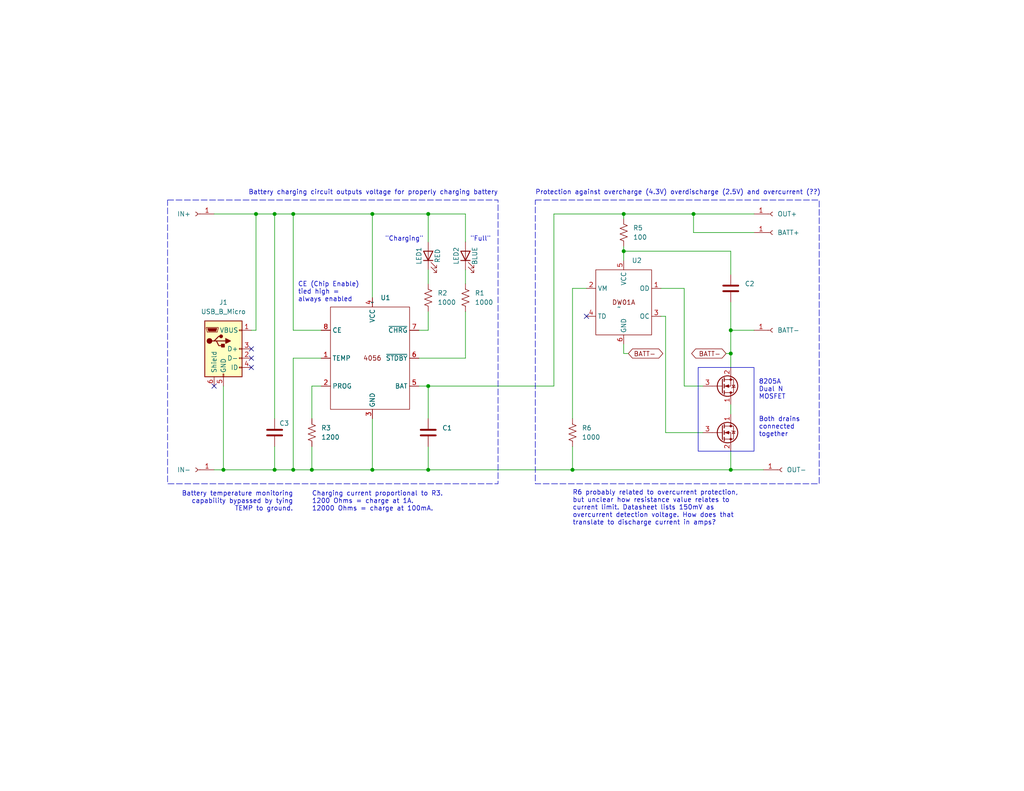
<source format=kicad_sch>
(kicad_sch (version 20230121) (generator eeschema)
  (paper "USLetter")
  (title_block (title "Reverse Engineered 4056 LiPo BMS Module") (date "2023-10-03"))
  (lib_symbols
    (symbol "Connector:Conn_01x01_Socket" (pin_names (offset 1.016) hide)
      (property "Reference" "J" (at 0 2.54 0))
      (property "Value" "Conn_01x01_Socket" (at 0 -2.54 0))
      (symbol "Conn_01x01_Socket_1_1"
        (polyline (pts (xy -1.27 0) (xy -0.508 0)) (stroke (width 0.1524)))
        (arc (start 0 0.508) (mid -0.5058 0) (end 0 -0.508) (stroke (width 0.1524)))
        (pin passive line (at -5.08 0 0) (length 3.81) (name "Pin_1") (number "1"))
      )
    )
    (symbol "Connector:USB_B_Micro" (pin_names (offset 1.016))
      (property "Reference" "J" (at -5.08 11.43 0))
      (property "Value" "USB_B_Micro" (at -5.08 8.89 0))
      (symbol "USB_B_Micro_0_1"
        (rectangle (start -5.08 -7.62) (end 5.08 7.62) (stroke (width 0.254)) (fill (type background)))
        (circle (center -3.81 2.159) (radius 0.635) (stroke (width 0.254)) (fill (type outline)))
        (circle (center -0.635 3.429) (radius 0.381) (stroke (width 0.254)) (fill (type outline)))
        (rectangle (start -0.127 -7.62) (end 0.127 -6.858))
        (polyline (pts (xy -1.905 2.159) (xy 0.635 2.159)) (stroke (width 0.254)))
        (polyline (pts (xy -3.175 2.159) (xy -2.54 2.159) (xy -1.27 3.429) (xy -0.635 3.429)) (stroke (width 0.254)))
        (polyline (pts (xy -2.54 2.159) (xy -1.905 2.159) (xy -1.27 0.889) (xy 0 0.889)) (stroke (width 0.254)))
        (polyline (pts (xy 0.635 2.794) (xy 0.635 1.524) (xy 1.905 2.159) (xy 0.635 2.794)) (stroke (width 0.254)) (fill (type outline)))
        (polyline (pts (xy -4.318 5.588) (xy -1.778 5.588) (xy -2.032 4.826) (xy -4.064 4.826) (xy -4.318 5.588)) (fill (type outline)))
        (polyline (pts (xy -4.699 5.842) (xy -4.699 5.588) (xy -4.445 4.826) (xy -4.445 4.572) (xy -1.651 4.572) (xy -1.651 4.826) (xy -1.397 5.588) (xy -1.397 5.842) (xy -4.699 5.842)))
        (rectangle (start 0.254 1.27) (end -0.508 0.508) (stroke (width 0.254)) (fill (type outline)))
        (rectangle (start 5.08 -5.207) (end 4.318 -4.953))
        (rectangle (start 5.08 -2.667) (end 4.318 -2.413))
        (rectangle (start 5.08 -0.127) (end 4.318 0.127))
        (rectangle (start 5.08 4.953) (end 4.318 5.207))
      )
      (symbol "USB_B_Micro_1_1"
        (pin power_out line (at 7.62 5.08 180) (length 2.54) (name "VBUS") (number "1"))
        (pin bidirectional line (at 7.62 -2.54 180) (length 2.54) (name "D-") (number "2"))
        (pin bidirectional line (at 7.62 0 180) (length 2.54) (name "D+") (number "3"))
        (pin passive line (at 7.62 -5.08 180) (length 2.54) (name "ID") (number "4"))
        (pin power_out line (at 0 -10.16 90) (length 2.54) (name "GND") (number "5"))
        (pin passive line (at -2.54 -10.16 90) (length 2.54) (name "Shield") (number "6"))
      )
    )
    (symbol "Device:C" (pin_numbers hide) (pin_names (offset 0.254))
      (property "Reference" "C" (at 0.635 2.54 0))
      (property "Value" "C" (at 0.635 -2.54 0))
      (symbol "C_0_1"
        (polyline (pts (xy -2.032 -0.762) (xy 2.032 -0.762)) (stroke (width 0.508)))
        (polyline (pts (xy -2.032 0.762) (xy 2.032 0.762)) (stroke (width 0.508)))
      )
      (symbol "C_1_1"
        (pin passive line (at 0 3.81 270) (length 2.794) (name "~") (number "1"))
        (pin passive line (at 0 -3.81 90) (length 2.794) (name "~") (number "2"))
      )
    )
    (symbol "Device:LED" (pin_numbers hide) (pin_names (offset 1.016) hide)
      (property "Reference" "D" (at 0 2.54 0))
      (property "Value" "LED" (at 0 -2.54 0))
      (symbol "LED_0_1"
        (polyline (pts (xy -1.27 -1.27) (xy -1.27 1.27)) (stroke (width 0.254)))
        (polyline (pts (xy -1.27 0) (xy 1.27 0)))
        (polyline (pts (xy 1.27 -1.27) (xy 1.27 1.27) (xy -1.27 0) (xy 1.27 -1.27)) (stroke (width 0.254)))
        (polyline (pts (xy -3.048 -0.762) (xy -4.572 -2.286) (xy -3.81 -2.286) (xy -4.572 -2.286) (xy -4.572 -1.524)))
        (polyline (pts (xy -1.778 -0.762) (xy -3.302 -2.286) (xy -2.54 -2.286) (xy -3.302 -2.286) (xy -3.302 -1.524)))
      )
      (symbol "LED_1_1"
        (pin passive line (at -3.81 0 0) (length 2.54) (name "K") (number "1"))
        (pin passive line (at 3.81 0 180) (length 2.54) (name "A") (number "2"))
      )
    )
    (symbol "Device:Q_NMOS_DSG" (pin_names (offset 0) hide)
      (property "Reference" "Q" (at 5.08 1.27 0))
      (property "Value" "Q_NMOS_DSG" (at 5.08 -1.27 0))
      (symbol "Q_NMOS_DSG_0_1"
        (polyline (pts (xy 0.254 0) (xy -2.54 0)))
        (polyline (pts (xy 0.254 1.905) (xy 0.254 -1.905)) (stroke (width 0.254)))
        (polyline (pts (xy 0.762 -1.27) (xy 0.762 -2.286)) (stroke (width 0.254)))
        (polyline (pts (xy 0.762 0.508) (xy 0.762 -0.508)) (stroke (width 0.254)))
        (polyline (pts (xy 0.762 2.286) (xy 0.762 1.27)) (stroke (width 0.254)))
        (polyline (pts (xy 2.54 2.54) (xy 2.54 1.778)))
        (polyline (pts (xy 2.54 -2.54) (xy 2.54 0) (xy 0.762 0)))
        (polyline (pts (xy 0.762 -1.778) (xy 3.302 -1.778) (xy 3.302 1.778) (xy 0.762 1.778)))
        (polyline (pts (xy 1.016 0) (xy 2.032 0.381) (xy 2.032 -0.381) (xy 1.016 0)) (fill (type outline)))
        (polyline (pts (xy 2.794 0.508) (xy 2.921 0.381) (xy 3.683 0.381) (xy 3.81 0.254)))
        (polyline (pts (xy 3.302 0.381) (xy 2.921 -0.254) (xy 3.683 -0.254) (xy 3.302 0.381)))
        (circle (center 1.651 0) (radius 2.794) (stroke (width 0.254)))
        (circle (center 2.54 -1.778) (radius 0.254) (fill (type outline)))
        (circle (center 2.54 1.778) (radius 0.254) (fill (type outline)))
      )
      (symbol "Q_NMOS_DSG_1_1"
        (pin passive line (at 2.54 5.08 270) (length 2.54) (name "D") (number "1"))
        (pin passive line (at 2.54 -5.08 90) (length 2.54) (name "S") (number "2"))
        (pin input line (at -5.08 0 0) (length 2.54) (name "G") (number "3"))
      )
    )
    (symbol "Device:R_US" (pin_numbers hide) (pin_names (offset 0))
      (property "Reference" "R" (at 2.54 0 90))
      (property "Value" "R_US" (at -2.54 0 90))
      (symbol "R_US_0_1"
        (polyline (pts (xy 0 -2.286) (xy 0 -2.54)))
        (polyline (pts (xy 0 2.286) (xy 0 2.54)))
        (polyline (pts (xy 0 -0.762) (xy 1.016 -1.143) (xy 0 -1.524) (xy -1.016 -1.905) (xy 0 -2.286)))
        (polyline (pts (xy 0 0.762) (xy 1.016 0.381) (xy 0 0) (xy -1.016 -0.381) (xy 0 -0.762)))
        (polyline (pts (xy 0 2.286) (xy 1.016 1.905) (xy 0 1.524) (xy -1.016 1.143) (xy 0 0.762)))
      )
      (symbol "R_US_1_1"
        (pin passive line (at 0 3.81 270) (length 1.27) (name "~") (number "1"))
        (pin passive line (at 0 -3.81 90) (length 1.27) (name "~") (number "2"))
      )
    )
    (symbol "lipo-bms:4056"
      (property "Reference" "U" (at -11.43 15.24 0))
      (symbol "4056_0_1"
        (rectangle (start -11.43 13.97) (end 10.16 -13.97))
      )
      (symbol "4056_1_1"
        (text "4056" (at 0 0 0) (effects (font (size 1.27 1.27))))
        (pin input line (at -13.97 0 0) (length 2.54) (name "TEMP") (number "1"))
        (pin input line (at -13.97 -7.62 0) (length 2.54) (name "PROG") (number "2"))
        (pin power_in line (at 0 -16.51 90) (length 2.54) (name "GND") (number "3"))
        (pin power_in line (at 0 16.51 270) (length 2.54) (name "VCC") (number "4"))
        (pin power_out line (at 12.7 -7.62 180) (length 2.54) (name "BAT") (number "5"))
        (pin output line (at 12.7 0 180) (length 2.54) (name "~{STDBY}") (number "6"))
        (pin output line (at 12.7 7.62 180) (length 2.54) (name "~{CHRG}") (number "7"))
        (pin input line (at -13.97 7.62 0) (length 2.54) (name "CE") (number "8"))
      )
    )
    (symbol "lipo-bms:DW01A"
      (property "Reference" "U" (at -7.62 10.16 0))
      (symbol "DW01A_0_1"
        (rectangle (start -7.62 8.89) (end 7.62 -8.89))
      )
      (symbol "DW01A_1_1"
        (text "DW01A" (at 0 0 0) (effects (font (size 1.27 1.27))))
        (pin output line (at 10.16 3.81 180) (length 2.54) (name "OD") (number "1"))
        (pin input line (at -10.16 3.81 0) (length 2.54) (name "VM") (number "2"))
        (pin output line (at 10.16 -3.81 180) (length 2.54) (name "OC") (number "3"))
        (pin input line (at -10.16 -3.81 0) (length 2.54) (name "TD") (number "4"))
        (pin power_in line (at 0 11.43 270) (length 2.54) (name "VCC") (number "5"))
        (pin power_in line (at 0 -11.43 90) (length 2.54) (name "GND") (number "6"))
      )
    )
  )
  (junction (at 101.6 58.42))
  (junction (at 116.84 105.41))
  (junction (at 189.23 58.42))
  (junction (at 74.93 128.27))
  (junction (at 74.93 58.42))
  (junction (at 101.6 128.27))
  (junction (at 80.01 58.42))
  (junction (at 170.18 58.42))
  (junction (at 170.18 68.58))
  (junction (at 116.84 58.42))
  (junction (at 199.39 90.17))
  (junction (at 60.96 128.27))
  (junction (at 156.21 128.27))
  (junction (at 80.01 128.27))
  (junction (at 69.85 58.42))
  (junction (at 116.84 128.27))
  (junction (at 199.39 128.27))
  (junction (at 85.09 128.27))
  (junction (at 199.39 96.52))
  (no_connect (at 68.58 100.33))
  (no_connect (at 160.02 86.36))
  (no_connect (at 58.42 105.41))
  (no_connect (at 68.58 95.25))
  (no_connect (at 68.58 97.79))
  (wire (pts (xy 74.93 128.27) (xy 80.01 128.27)))
  (wire (pts (xy 186.69 78.74) (xy 186.69 105.41)))
  (wire (pts (xy 181.61 86.36) (xy 181.61 118.11)))
  (wire (pts (xy 85.09 128.27) (xy 85.09 121.92)))
  (wire (pts (xy 114.3 105.41) (xy 116.84 105.41)))
  (wire (pts (xy 156.21 121.92) (xy 156.21 128.27)))
  (wire (pts (xy 170.18 58.42) (xy 189.23 58.42)))
  (wire (pts (xy 116.84 128.27) (xy 156.21 128.27)))
  (wire (pts (xy 60.96 128.27) (xy 74.93 128.27)))
  (wire (pts (xy 80.01 97.79) (xy 80.01 128.27)))
  (wire (pts (xy 170.18 96.52) (xy 170.18 93.98)))
  (wire (pts (xy 116.84 58.42) (xy 127 58.42)))
  (wire (pts (xy 127 73.66) (xy 127 77.47)))
  (wire (pts (xy 116.84 105.41) (xy 151.13 105.41)))
  (wire (pts (xy 170.18 68.58) (xy 199.39 68.58)))
  (wire (pts (xy 199.39 96.52) (xy 199.39 100.33)))
  (wire (pts (xy 87.63 97.79) (xy 80.01 97.79)))
  (wire (pts (xy 151.13 58.42) (xy 170.18 58.42)))
  (wire (pts (xy 180.34 86.36) (xy 181.61 86.36)))
  (wire (pts (xy 199.39 110.49) (xy 199.39 113.03)))
  (wire (pts (xy 151.13 105.41) (xy 151.13 58.42)))
  (wire (pts (xy 189.23 63.5) (xy 189.23 58.42)))
  (wire (pts (xy 170.18 59.69) (xy 170.18 58.42)))
  (wire (pts (xy 180.34 78.74) (xy 186.69 78.74)))
  (wire (pts (xy 69.85 58.42) (xy 74.93 58.42)))
  (wire (pts (xy 85.09 105.41) (xy 85.09 114.3)))
  (wire (pts (xy 101.6 58.42) (xy 116.84 58.42)))
  (wire (pts (xy 199.39 82.55) (xy 199.39 90.17)))
  (wire (pts (xy 87.63 90.17) (xy 80.01 90.17)))
  (wire (pts (xy 101.6 128.27) (xy 85.09 128.27)))
  (wire (pts (xy 101.6 114.3) (xy 101.6 128.27)))
  (wire (pts (xy 116.84 128.27) (xy 101.6 128.27)))
  (wire (pts (xy 199.39 90.17) (xy 205.74 90.17)))
  (wire (pts (xy 80.01 128.27) (xy 85.09 128.27)))
  (wire (pts (xy 74.93 58.42) (xy 74.93 114.3)))
  (wire (pts (xy 199.39 68.58) (xy 199.39 74.93)))
  (wire (pts (xy 60.96 105.41) (xy 60.96 128.27)))
  (wire (pts (xy 58.42 128.27) (xy 60.96 128.27)))
  (wire (pts (xy 189.23 58.42) (xy 205.74 58.42)))
  (wire (pts (xy 116.84 90.17) (xy 114.3 90.17)))
  (wire (pts (xy 116.84 105.41) (xy 116.84 114.3)))
  (wire (pts (xy 58.42 58.42) (xy 69.85 58.42)))
  (wire (pts (xy 127 97.79) (xy 114.3 97.79)))
  (wire (pts (xy 101.6 58.42) (xy 101.6 81.28)))
  (wire (pts (xy 127 58.42) (xy 127 66.04)))
  (wire (pts (xy 205.74 63.5) (xy 189.23 63.5)))
  (wire (pts (xy 116.84 121.92) (xy 116.84 128.27)))
  (wire (pts (xy 186.69 105.41) (xy 191.77 105.41)))
  (wire (pts (xy 199.39 123.19) (xy 199.39 128.27)))
  (wire (pts (xy 116.84 58.42) (xy 116.84 66.04)))
  (wire (pts (xy 80.01 58.42) (xy 101.6 58.42)))
  (wire (pts (xy 116.84 85.09) (xy 116.84 90.17)))
  (wire (pts (xy 156.21 78.74) (xy 156.21 114.3)))
  (wire (pts (xy 199.39 128.27) (xy 208.28 128.27)))
  (wire (pts (xy 156.21 128.27) (xy 199.39 128.27)))
  (wire (pts (xy 74.93 58.42) (xy 80.01 58.42)))
  (wire (pts (xy 127 85.09) (xy 127 97.79)))
  (wire (pts (xy 199.39 90.17) (xy 199.39 96.52)))
  (wire (pts (xy 171.45 96.52) (xy 170.18 96.52)))
  (wire (pts (xy 181.61 118.11) (xy 191.77 118.11)))
  (wire (pts (xy 198.12 96.52) (xy 199.39 96.52)))
  (wire (pts (xy 85.09 105.41) (xy 87.63 105.41)))
  (wire (pts (xy 80.01 58.42) (xy 80.01 90.17)))
  (wire (pts (xy 160.02 78.74) (xy 156.21 78.74)))
  (wire (pts (xy 116.84 73.66) (xy 116.84 77.47)))
  (wire (pts (xy 74.93 121.92) (xy 74.93 128.27)))
  (wire (pts (xy 69.85 58.42) (xy 69.85 90.17)))
  (wire (pts (xy 69.85 90.17) (xy 68.58 90.17)))
  (wire (pts (xy 170.18 67.31) (xy 170.18 68.58)))
  (wire (pts (xy 170.18 68.58) (xy 170.18 71.12)))
  (rectangle (start 45.72 54.61) (end 135.89 132.08) (stroke (width 0) (type dash)))
  (rectangle (start 146.05 54.61) (end 223.52 132.08) (stroke (width 0) (type dash)))
  (rectangle (start 190.5 100.33) (end 205.74 123.19))
  (text "Battery temperature monitoring\ncapability bypassed by tying\nTEMP to ground." (at 80.01 139.7 0) (effects (font (size 1.27 1.27)) (justify right bottom)))
  (text "CE (Chip Enable)\ntied high =\nalways enabled" (at 81.28 82.55 0) (effects (font (size 1.27 1.27)) (justify left bottom)))
  (text "Charging current proportional to R3.\n1200 Ohms = charge at 1A.\n12000 Ohms = charge at 100mA." (at 85.09 139.7 0) (effects (font (size 1.27 1.27)) (justify left bottom)))
  (text "8205A\nDual N\nMOSFET\n\n\nBoth drains\nconnected\ntogether" (at 207.01 119.38 0) (effects (font (size 1.27 1.27)) (justify left bottom)))
  (text "Battery charging circuit outputs voltage for properly charging battery" (at 135.89 53.34 0) (effects (font (size 1.27 1.27)) (justify right bottom)))
  (text "Protection against overcharge (4.3V) overdischarge (2.5V) and overcurrent (??)" (at 146.05 53.34 0) (effects (font (size 1.27 1.27)) (justify left bottom)))
  (text "R6 probably related to overcurrent protection,\nbut unclear how resistance value relates to\ncurrent limit. Datasheet lists 150mV as\novercurrent detection voltage. How does that\ntranslate to discharge current in amps?" (at 156.21 143.51 0) (effects (font (size 1.27 1.27)) (justify left bottom)))
  (text "\"Full\"" (at 128.27 66.04 0) (effects (font (size 1.27 1.27)) (justify left bottom)))
  (text "\"Charging\"" (at 115.57 66.04 0) (effects (font (size 1.27 1.27)) (justify right bottom)))
  (global_label "BATT-" (shape bidirectional) (at 198.12 96.52 180) (property "Intersheetrefs" "${INTERSHEET_REFS}" (effects hide)))
  (global_label "BATT-" (shape bidirectional) (at 171.45 96.52 0) (property "Intersheetrefs" "${INTERSHEET_REFS}" (effects hide)))
  (symbol (lib_id "Connector:Conn_01x01_Socket") (at 53.34 128.27 180) (unit 1)
    (property "Reference" "J7" (effects hide))
    (property "Value" "IN-" (at 52.07 128.27 0) (effects (justify left)))
    (property "Footprint" "Connector_PinHeader_1.00mm:PinHeader_1x01_P1.00mm_Vertical" (effects hide))
  )
  (symbol (lib_id "Device:R_US") (at 85.09 118.11 0) (unit 1)
    (property "Reference" "R3" (at 87.63 116.84 0) (effects (justify left)))
    (property "Value" "1200" (at 87.63 119.38 0) (effects (justify left)))
  )
  (symbol (lib_id "Device:LED") (at 127 69.85 90) (unit 1)
    (property "Reference" "LED2" (at 124.46 69.85 0))
    (property "Value" "BLUE" (at 129.54 69.85 0))
  )
  (symbol (lib_id "Device:C") (at 199.39 78.74 0) (unit 1)
    (property "Reference" "C2" (at 203.2 77.47 0) (effects (justify left)))
    (property "Value" "C" (effects hide))
  )
  (symbol (lib_id "Connector:Conn_01x01_Socket") (at 53.34 58.42 180) (unit 1)
    (property "Reference" "J6" (effects hide))
    (property "Value" "IN+" (at 52.07 58.42 0) (effects (justify left)))
    (property "Footprint" "Connector_PinHeader_1.00mm:PinHeader_1x01_P1.00mm_Vertical" (effects hide))
  )
  (symbol (lib_id "Connector:Conn_01x01_Socket") (at 210.82 58.42 0) (unit 1)
    (property "Reference" "J2" (effects hide))
    (property "Value" "OUT+" (at 212.09 58.42 0) (effects (justify left)))
    (property "Footprint" "Connector_PinHeader_1.00mm:PinHeader_1x01_P1.00mm_Vertical" (effects hide))
  )
  (symbol (lib_id "Device:Q_NMOS_DSG") (at 196.85 118.11 0) (unit 1)
    (property "Reference" "Q2" (effects hide))
    (property "Value" "Q_NMOS_DSG" (effects hide))
  )
  (symbol (lib_id "Device:R_US") (at 116.84 81.28 0) (unit 1)
    (property "Reference" "R2" (at 119.38 80.01 0) (effects (justify left)))
    (property "Value" "1000" (at 119.38 82.55 0) (effects (justify left)))
  )
  (symbol (lib_id "Device:C") (at 116.84 118.11 0) (unit 1)
    (property "Reference" "C1" (at 120.65 116.84 0) (effects (justify left)))
    (property "Value" "C" (effects hide))
  )
  (symbol (lib_id "Connector:USB_B_Micro") (at 60.96 95.25 0) (unit 1)
    (property "Reference" "J1" (at 60.96 82.55 0))
    (property "Value" "USB_B_Micro" (at 60.96 85.09 0))
  )
  (symbol (lib_id "Connector:Conn_01x01_Socket") (at 210.82 90.17 0) (unit 1)
    (property "Reference" "J4" (effects hide))
    (property "Value" "BATT-" (at 212.09 90.17 0) (effects (justify left)))
    (property "Footprint" "Connector_PinHeader_1.00mm:PinHeader_1x01_P1.00mm_Vertical" (effects hide))
  )
  (symbol (lib_id "Connector:Conn_01x01_Socket") (at 210.82 63.5 0) (unit 1)
    (property "Reference" "J3" (effects hide))
    (property "Value" "BATT+" (at 212.09 63.5 0) (effects (justify left)))
    (property "Footprint" "Connector_PinHeader_1.00mm:PinHeader_1x01_P1.00mm_Vertical" (effects hide))
  )
  (symbol (lib_id "lipo-bms:4056") (at 101.6 97.79 0) (unit 1)
    (property "Reference" "U1" (at 103.7941 81.28 0) (effects (justify left)))
    (property "Value" "~" (at 101.6 82.55 0))
  )
  (symbol (lib_id "Connector:Conn_01x01_Socket") (at 213.36 128.27 0) (unit 1)
    (property "Reference" "J5" (effects hide))
    (property "Value" "OUT-" (at 214.63 128.27 0) (effects (justify left)))
    (property "Footprint" "Connector_PinHeader_1.00mm:PinHeader_1x01_P1.00mm_Vertical" (effects hide))
  )
  (symbol (lib_id "lipo-bms:DW01A") (at 170.18 82.55 0) (unit 1)
    (property "Reference" "U2" (at 172.3741 71.12 0) (effects (justify left)))
    (property "Value" "~" (at 168.91 83.82 0))
  )
  (symbol (lib_id "Device:LED") (at 116.84 69.85 90) (unit 1)
    (property "Reference" "LED1" (at 114.3 69.85 0))
    (property "Value" "RED" (at 119.38 69.85 0))
  )
  (symbol (lib_id "Device:Q_NMOS_DSG") (at 196.85 105.41 0) (mirror x) (unit 1)
    (property "Reference" "Q1" (effects hide))
    (property "Value" "Q_NMOS_DSG" (effects hide))
  )
  (symbol (lib_id "Device:R_US") (at 127 81.28 0) (unit 1)
    (property "Reference" "R1" (at 129.54 80.01 0) (effects (justify left)))
    (property "Value" "1000" (at 129.54 82.55 0) (effects (justify left)))
  )
  (symbol (lib_id "Device:R_US") (at 156.21 118.11 0) (unit 1)
    (property "Reference" "R6" (at 158.75 116.84 0) (effects (justify left)))
    (property "Value" "1000" (at 158.75 119.38 0) (effects (justify left)))
  )
  (symbol (lib_id "Device:C") (at 74.93 118.11 0) (unit 1)
    (property "Reference" "C3" (at 76.2 115.57 0) (effects (justify left)))
    (property "Value" "C" (effects hide))
  )
  (symbol (lib_id "Device:R_US") (at 170.18 63.5 0) (unit 1)
    (property "Reference" "R5" (at 172.72 62.23 0) (effects (justify left)))
    (property "Value" "100" (at 172.72 64.77 0) (effects (justify left)))
  )
)
</source>
